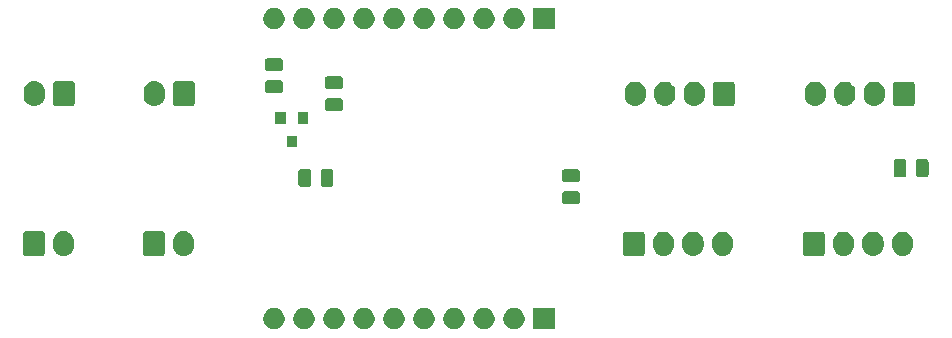
<source format=gbr>
G04 #@! TF.GenerationSoftware,KiCad,Pcbnew,(5.1.5)-3*
G04 #@! TF.CreationDate,2020-02-22T21:26:02+01:00*
G04 #@! TF.ProjectId,SchluesselbrettV2,5363686c-7565-4737-9365-6c6272657474,rev?*
G04 #@! TF.SameCoordinates,Original*
G04 #@! TF.FileFunction,Soldermask,Top*
G04 #@! TF.FilePolarity,Negative*
%FSLAX46Y46*%
G04 Gerber Fmt 4.6, Leading zero omitted, Abs format (unit mm)*
G04 Created by KiCad (PCBNEW (5.1.5)-3) date 2020-02-22 21:26:02*
%MOMM*%
%LPD*%
G04 APERTURE LIST*
%ADD10C,0.100000*%
G04 APERTURE END LIST*
D10*
G36*
X135521000Y-88531000D02*
G01*
X133719000Y-88531000D01*
X133719000Y-86729000D01*
X135521000Y-86729000D01*
X135521000Y-88531000D01*
G37*
G36*
X127113512Y-86733927D02*
G01*
X127262812Y-86763624D01*
X127426784Y-86831544D01*
X127574354Y-86930147D01*
X127699853Y-87055646D01*
X127798456Y-87203216D01*
X127866376Y-87367188D01*
X127901000Y-87541259D01*
X127901000Y-87718741D01*
X127866376Y-87892812D01*
X127798456Y-88056784D01*
X127699853Y-88204354D01*
X127574354Y-88329853D01*
X127426784Y-88428456D01*
X127262812Y-88496376D01*
X127113512Y-88526073D01*
X127088742Y-88531000D01*
X126911258Y-88531000D01*
X126886488Y-88526073D01*
X126737188Y-88496376D01*
X126573216Y-88428456D01*
X126425646Y-88329853D01*
X126300147Y-88204354D01*
X126201544Y-88056784D01*
X126133624Y-87892812D01*
X126099000Y-87718741D01*
X126099000Y-87541259D01*
X126133624Y-87367188D01*
X126201544Y-87203216D01*
X126300147Y-87055646D01*
X126425646Y-86930147D01*
X126573216Y-86831544D01*
X126737188Y-86763624D01*
X126886488Y-86733927D01*
X126911258Y-86729000D01*
X127088742Y-86729000D01*
X127113512Y-86733927D01*
G37*
G36*
X132193512Y-86733927D02*
G01*
X132342812Y-86763624D01*
X132506784Y-86831544D01*
X132654354Y-86930147D01*
X132779853Y-87055646D01*
X132878456Y-87203216D01*
X132946376Y-87367188D01*
X132981000Y-87541259D01*
X132981000Y-87718741D01*
X132946376Y-87892812D01*
X132878456Y-88056784D01*
X132779853Y-88204354D01*
X132654354Y-88329853D01*
X132506784Y-88428456D01*
X132342812Y-88496376D01*
X132193512Y-88526073D01*
X132168742Y-88531000D01*
X131991258Y-88531000D01*
X131966488Y-88526073D01*
X131817188Y-88496376D01*
X131653216Y-88428456D01*
X131505646Y-88329853D01*
X131380147Y-88204354D01*
X131281544Y-88056784D01*
X131213624Y-87892812D01*
X131179000Y-87718741D01*
X131179000Y-87541259D01*
X131213624Y-87367188D01*
X131281544Y-87203216D01*
X131380147Y-87055646D01*
X131505646Y-86930147D01*
X131653216Y-86831544D01*
X131817188Y-86763624D01*
X131966488Y-86733927D01*
X131991258Y-86729000D01*
X132168742Y-86729000D01*
X132193512Y-86733927D01*
G37*
G36*
X129653512Y-86733927D02*
G01*
X129802812Y-86763624D01*
X129966784Y-86831544D01*
X130114354Y-86930147D01*
X130239853Y-87055646D01*
X130338456Y-87203216D01*
X130406376Y-87367188D01*
X130441000Y-87541259D01*
X130441000Y-87718741D01*
X130406376Y-87892812D01*
X130338456Y-88056784D01*
X130239853Y-88204354D01*
X130114354Y-88329853D01*
X129966784Y-88428456D01*
X129802812Y-88496376D01*
X129653512Y-88526073D01*
X129628742Y-88531000D01*
X129451258Y-88531000D01*
X129426488Y-88526073D01*
X129277188Y-88496376D01*
X129113216Y-88428456D01*
X128965646Y-88329853D01*
X128840147Y-88204354D01*
X128741544Y-88056784D01*
X128673624Y-87892812D01*
X128639000Y-87718741D01*
X128639000Y-87541259D01*
X128673624Y-87367188D01*
X128741544Y-87203216D01*
X128840147Y-87055646D01*
X128965646Y-86930147D01*
X129113216Y-86831544D01*
X129277188Y-86763624D01*
X129426488Y-86733927D01*
X129451258Y-86729000D01*
X129628742Y-86729000D01*
X129653512Y-86733927D01*
G37*
G36*
X124573512Y-86733927D02*
G01*
X124722812Y-86763624D01*
X124886784Y-86831544D01*
X125034354Y-86930147D01*
X125159853Y-87055646D01*
X125258456Y-87203216D01*
X125326376Y-87367188D01*
X125361000Y-87541259D01*
X125361000Y-87718741D01*
X125326376Y-87892812D01*
X125258456Y-88056784D01*
X125159853Y-88204354D01*
X125034354Y-88329853D01*
X124886784Y-88428456D01*
X124722812Y-88496376D01*
X124573512Y-88526073D01*
X124548742Y-88531000D01*
X124371258Y-88531000D01*
X124346488Y-88526073D01*
X124197188Y-88496376D01*
X124033216Y-88428456D01*
X123885646Y-88329853D01*
X123760147Y-88204354D01*
X123661544Y-88056784D01*
X123593624Y-87892812D01*
X123559000Y-87718741D01*
X123559000Y-87541259D01*
X123593624Y-87367188D01*
X123661544Y-87203216D01*
X123760147Y-87055646D01*
X123885646Y-86930147D01*
X124033216Y-86831544D01*
X124197188Y-86763624D01*
X124346488Y-86733927D01*
X124371258Y-86729000D01*
X124548742Y-86729000D01*
X124573512Y-86733927D01*
G37*
G36*
X122033512Y-86733927D02*
G01*
X122182812Y-86763624D01*
X122346784Y-86831544D01*
X122494354Y-86930147D01*
X122619853Y-87055646D01*
X122718456Y-87203216D01*
X122786376Y-87367188D01*
X122821000Y-87541259D01*
X122821000Y-87718741D01*
X122786376Y-87892812D01*
X122718456Y-88056784D01*
X122619853Y-88204354D01*
X122494354Y-88329853D01*
X122346784Y-88428456D01*
X122182812Y-88496376D01*
X122033512Y-88526073D01*
X122008742Y-88531000D01*
X121831258Y-88531000D01*
X121806488Y-88526073D01*
X121657188Y-88496376D01*
X121493216Y-88428456D01*
X121345646Y-88329853D01*
X121220147Y-88204354D01*
X121121544Y-88056784D01*
X121053624Y-87892812D01*
X121019000Y-87718741D01*
X121019000Y-87541259D01*
X121053624Y-87367188D01*
X121121544Y-87203216D01*
X121220147Y-87055646D01*
X121345646Y-86930147D01*
X121493216Y-86831544D01*
X121657188Y-86763624D01*
X121806488Y-86733927D01*
X121831258Y-86729000D01*
X122008742Y-86729000D01*
X122033512Y-86733927D01*
G37*
G36*
X116953512Y-86733927D02*
G01*
X117102812Y-86763624D01*
X117266784Y-86831544D01*
X117414354Y-86930147D01*
X117539853Y-87055646D01*
X117638456Y-87203216D01*
X117706376Y-87367188D01*
X117741000Y-87541259D01*
X117741000Y-87718741D01*
X117706376Y-87892812D01*
X117638456Y-88056784D01*
X117539853Y-88204354D01*
X117414354Y-88329853D01*
X117266784Y-88428456D01*
X117102812Y-88496376D01*
X116953512Y-88526073D01*
X116928742Y-88531000D01*
X116751258Y-88531000D01*
X116726488Y-88526073D01*
X116577188Y-88496376D01*
X116413216Y-88428456D01*
X116265646Y-88329853D01*
X116140147Y-88204354D01*
X116041544Y-88056784D01*
X115973624Y-87892812D01*
X115939000Y-87718741D01*
X115939000Y-87541259D01*
X115973624Y-87367188D01*
X116041544Y-87203216D01*
X116140147Y-87055646D01*
X116265646Y-86930147D01*
X116413216Y-86831544D01*
X116577188Y-86763624D01*
X116726488Y-86733927D01*
X116751258Y-86729000D01*
X116928742Y-86729000D01*
X116953512Y-86733927D01*
G37*
G36*
X114413512Y-86733927D02*
G01*
X114562812Y-86763624D01*
X114726784Y-86831544D01*
X114874354Y-86930147D01*
X114999853Y-87055646D01*
X115098456Y-87203216D01*
X115166376Y-87367188D01*
X115201000Y-87541259D01*
X115201000Y-87718741D01*
X115166376Y-87892812D01*
X115098456Y-88056784D01*
X114999853Y-88204354D01*
X114874354Y-88329853D01*
X114726784Y-88428456D01*
X114562812Y-88496376D01*
X114413512Y-88526073D01*
X114388742Y-88531000D01*
X114211258Y-88531000D01*
X114186488Y-88526073D01*
X114037188Y-88496376D01*
X113873216Y-88428456D01*
X113725646Y-88329853D01*
X113600147Y-88204354D01*
X113501544Y-88056784D01*
X113433624Y-87892812D01*
X113399000Y-87718741D01*
X113399000Y-87541259D01*
X113433624Y-87367188D01*
X113501544Y-87203216D01*
X113600147Y-87055646D01*
X113725646Y-86930147D01*
X113873216Y-86831544D01*
X114037188Y-86763624D01*
X114186488Y-86733927D01*
X114211258Y-86729000D01*
X114388742Y-86729000D01*
X114413512Y-86733927D01*
G37*
G36*
X111873512Y-86733927D02*
G01*
X112022812Y-86763624D01*
X112186784Y-86831544D01*
X112334354Y-86930147D01*
X112459853Y-87055646D01*
X112558456Y-87203216D01*
X112626376Y-87367188D01*
X112661000Y-87541259D01*
X112661000Y-87718741D01*
X112626376Y-87892812D01*
X112558456Y-88056784D01*
X112459853Y-88204354D01*
X112334354Y-88329853D01*
X112186784Y-88428456D01*
X112022812Y-88496376D01*
X111873512Y-88526073D01*
X111848742Y-88531000D01*
X111671258Y-88531000D01*
X111646488Y-88526073D01*
X111497188Y-88496376D01*
X111333216Y-88428456D01*
X111185646Y-88329853D01*
X111060147Y-88204354D01*
X110961544Y-88056784D01*
X110893624Y-87892812D01*
X110859000Y-87718741D01*
X110859000Y-87541259D01*
X110893624Y-87367188D01*
X110961544Y-87203216D01*
X111060147Y-87055646D01*
X111185646Y-86930147D01*
X111333216Y-86831544D01*
X111497188Y-86763624D01*
X111646488Y-86733927D01*
X111671258Y-86729000D01*
X111848742Y-86729000D01*
X111873512Y-86733927D01*
G37*
G36*
X119493512Y-86733927D02*
G01*
X119642812Y-86763624D01*
X119806784Y-86831544D01*
X119954354Y-86930147D01*
X120079853Y-87055646D01*
X120178456Y-87203216D01*
X120246376Y-87367188D01*
X120281000Y-87541259D01*
X120281000Y-87718741D01*
X120246376Y-87892812D01*
X120178456Y-88056784D01*
X120079853Y-88204354D01*
X119954354Y-88329853D01*
X119806784Y-88428456D01*
X119642812Y-88496376D01*
X119493512Y-88526073D01*
X119468742Y-88531000D01*
X119291258Y-88531000D01*
X119266488Y-88526073D01*
X119117188Y-88496376D01*
X118953216Y-88428456D01*
X118805646Y-88329853D01*
X118680147Y-88204354D01*
X118581544Y-88056784D01*
X118513624Y-87892812D01*
X118479000Y-87718741D01*
X118479000Y-87541259D01*
X118513624Y-87367188D01*
X118581544Y-87203216D01*
X118680147Y-87055646D01*
X118805646Y-86930147D01*
X118953216Y-86831544D01*
X119117188Y-86763624D01*
X119266488Y-86733927D01*
X119291258Y-86729000D01*
X119468742Y-86729000D01*
X119493512Y-86733927D01*
G37*
G36*
X94116626Y-80242037D02*
G01*
X94286465Y-80293557D01*
X94286467Y-80293558D01*
X94442989Y-80377221D01*
X94580186Y-80489814D01*
X94663448Y-80591271D01*
X94692778Y-80627009D01*
X94776443Y-80783534D01*
X94827963Y-80953373D01*
X94841000Y-81085742D01*
X94841000Y-81474257D01*
X94827963Y-81606626D01*
X94776443Y-81776466D01*
X94692778Y-81932991D01*
X94663448Y-81968729D01*
X94580186Y-82070186D01*
X94492178Y-82142411D01*
X94442991Y-82182778D01*
X94286466Y-82266443D01*
X94116627Y-82317963D01*
X93940000Y-82335359D01*
X93763374Y-82317963D01*
X93593535Y-82266443D01*
X93437010Y-82182778D01*
X93299815Y-82070185D01*
X93187222Y-81932991D01*
X93103557Y-81776466D01*
X93052037Y-81606627D01*
X93039000Y-81474258D01*
X93039000Y-81085743D01*
X93052037Y-80953374D01*
X93103557Y-80783535D01*
X93103559Y-80783532D01*
X93187221Y-80627011D01*
X93299814Y-80489814D01*
X93413641Y-80396400D01*
X93437009Y-80377222D01*
X93593534Y-80293557D01*
X93763373Y-80242037D01*
X93940000Y-80224641D01*
X94116626Y-80242037D01*
G37*
G36*
X104276626Y-80242037D02*
G01*
X104446465Y-80293557D01*
X104446467Y-80293558D01*
X104602989Y-80377221D01*
X104740186Y-80489814D01*
X104823448Y-80591271D01*
X104852778Y-80627009D01*
X104936443Y-80783534D01*
X104987963Y-80953373D01*
X105001000Y-81085742D01*
X105001000Y-81474257D01*
X104987963Y-81606626D01*
X104936443Y-81776466D01*
X104852778Y-81932991D01*
X104823448Y-81968729D01*
X104740186Y-82070186D01*
X104652178Y-82142411D01*
X104602991Y-82182778D01*
X104446466Y-82266443D01*
X104276627Y-82317963D01*
X104100000Y-82335359D01*
X103923374Y-82317963D01*
X103753535Y-82266443D01*
X103597010Y-82182778D01*
X103459815Y-82070185D01*
X103347222Y-81932991D01*
X103263557Y-81776466D01*
X103212037Y-81606627D01*
X103199000Y-81474258D01*
X103199000Y-81085743D01*
X103212037Y-80953374D01*
X103263557Y-80783535D01*
X103263559Y-80783532D01*
X103347221Y-80627011D01*
X103459814Y-80489814D01*
X103573641Y-80396400D01*
X103597009Y-80377222D01*
X103753534Y-80293557D01*
X103923373Y-80242037D01*
X104100000Y-80224641D01*
X104276626Y-80242037D01*
G37*
G36*
X92198600Y-80232989D02*
G01*
X92231652Y-80243015D01*
X92262103Y-80259292D01*
X92288799Y-80281201D01*
X92310708Y-80307897D01*
X92326985Y-80338348D01*
X92337011Y-80371400D01*
X92341000Y-80411903D01*
X92341000Y-82148097D01*
X92337011Y-82188600D01*
X92326985Y-82221652D01*
X92310708Y-82252103D01*
X92288799Y-82278799D01*
X92262103Y-82300708D01*
X92231652Y-82316985D01*
X92198600Y-82327011D01*
X92158097Y-82331000D01*
X90721903Y-82331000D01*
X90681400Y-82327011D01*
X90648348Y-82316985D01*
X90617897Y-82300708D01*
X90591201Y-82278799D01*
X90569292Y-82252103D01*
X90553015Y-82221652D01*
X90542989Y-82188600D01*
X90539000Y-82148097D01*
X90539000Y-80411903D01*
X90542989Y-80371400D01*
X90553015Y-80338348D01*
X90569292Y-80307897D01*
X90591201Y-80281201D01*
X90617897Y-80259292D01*
X90648348Y-80243015D01*
X90681400Y-80232989D01*
X90721903Y-80229000D01*
X92158097Y-80229000D01*
X92198600Y-80232989D01*
G37*
G36*
X102358600Y-80232989D02*
G01*
X102391652Y-80243015D01*
X102422103Y-80259292D01*
X102448799Y-80281201D01*
X102470708Y-80307897D01*
X102486985Y-80338348D01*
X102497011Y-80371400D01*
X102501000Y-80411903D01*
X102501000Y-82148097D01*
X102497011Y-82188600D01*
X102486985Y-82221652D01*
X102470708Y-82252103D01*
X102448799Y-82278799D01*
X102422103Y-82300708D01*
X102391652Y-82316985D01*
X102358600Y-82327011D01*
X102318097Y-82331000D01*
X100881903Y-82331000D01*
X100841400Y-82327011D01*
X100808348Y-82316985D01*
X100777897Y-82300708D01*
X100751201Y-82278799D01*
X100729292Y-82252103D01*
X100713015Y-82221652D01*
X100702989Y-82188600D01*
X100699000Y-82148097D01*
X100699000Y-80411903D01*
X100702989Y-80371400D01*
X100713015Y-80338348D01*
X100729292Y-80307897D01*
X100751201Y-80281201D01*
X100777897Y-80259292D01*
X100808348Y-80243015D01*
X100841400Y-80232989D01*
X100881903Y-80229000D01*
X102318097Y-80229000D01*
X102358600Y-80232989D01*
G37*
G36*
X165156626Y-80267037D02*
G01*
X165326465Y-80318557D01*
X165326467Y-80318558D01*
X165482989Y-80402221D01*
X165620186Y-80514814D01*
X165703448Y-80616271D01*
X165732778Y-80652009D01*
X165816443Y-80808534D01*
X165867963Y-80978373D01*
X165867963Y-80978375D01*
X165881000Y-81110740D01*
X165881000Y-81449259D01*
X165874481Y-81515442D01*
X165867963Y-81581626D01*
X165816443Y-81751466D01*
X165732778Y-81907991D01*
X165712261Y-81932991D01*
X165620186Y-82045186D01*
X165531827Y-82117699D01*
X165482991Y-82157778D01*
X165326466Y-82241443D01*
X165156627Y-82292963D01*
X164980000Y-82310359D01*
X164803374Y-82292963D01*
X164633535Y-82241443D01*
X164477010Y-82157778D01*
X164339815Y-82045185D01*
X164227222Y-81907991D01*
X164143557Y-81751466D01*
X164092037Y-81581627D01*
X164079000Y-81449258D01*
X164079000Y-81110743D01*
X164081463Y-81085740D01*
X164092037Y-80978376D01*
X164092037Y-80978374D01*
X164143557Y-80808535D01*
X164227222Y-80652010D01*
X164247738Y-80627011D01*
X164339814Y-80514814D01*
X164441271Y-80431552D01*
X164477009Y-80402222D01*
X164633534Y-80318557D01*
X164803373Y-80267037D01*
X164980000Y-80249641D01*
X165156626Y-80267037D01*
G37*
G36*
X147416626Y-80267037D02*
G01*
X147586465Y-80318557D01*
X147586467Y-80318558D01*
X147742989Y-80402221D01*
X147880186Y-80514814D01*
X147963448Y-80616271D01*
X147992778Y-80652009D01*
X148076443Y-80808534D01*
X148127963Y-80978373D01*
X148127963Y-80978375D01*
X148141000Y-81110740D01*
X148141000Y-81449259D01*
X148134481Y-81515442D01*
X148127963Y-81581626D01*
X148076443Y-81751466D01*
X147992778Y-81907991D01*
X147972261Y-81932991D01*
X147880186Y-82045186D01*
X147791827Y-82117699D01*
X147742991Y-82157778D01*
X147586466Y-82241443D01*
X147416627Y-82292963D01*
X147240000Y-82310359D01*
X147063374Y-82292963D01*
X146893535Y-82241443D01*
X146737010Y-82157778D01*
X146599815Y-82045185D01*
X146487222Y-81907991D01*
X146403557Y-81751466D01*
X146352037Y-81581627D01*
X146339000Y-81449258D01*
X146339000Y-81110743D01*
X146341463Y-81085740D01*
X146352037Y-80978376D01*
X146352037Y-80978374D01*
X146403557Y-80808535D01*
X146487222Y-80652010D01*
X146507738Y-80627011D01*
X146599814Y-80514814D01*
X146701271Y-80431552D01*
X146737009Y-80402222D01*
X146893534Y-80318557D01*
X147063373Y-80267037D01*
X147240000Y-80249641D01*
X147416626Y-80267037D01*
G37*
G36*
X144916626Y-80267037D02*
G01*
X145086465Y-80318557D01*
X145086467Y-80318558D01*
X145242989Y-80402221D01*
X145380186Y-80514814D01*
X145463448Y-80616271D01*
X145492778Y-80652009D01*
X145576443Y-80808534D01*
X145627963Y-80978373D01*
X145627963Y-80978375D01*
X145641000Y-81110740D01*
X145641000Y-81449259D01*
X145634481Y-81515442D01*
X145627963Y-81581626D01*
X145576443Y-81751466D01*
X145492778Y-81907991D01*
X145472261Y-81932991D01*
X145380186Y-82045186D01*
X145291827Y-82117699D01*
X145242991Y-82157778D01*
X145086466Y-82241443D01*
X144916627Y-82292963D01*
X144740000Y-82310359D01*
X144563374Y-82292963D01*
X144393535Y-82241443D01*
X144237010Y-82157778D01*
X144099815Y-82045185D01*
X143987222Y-81907991D01*
X143903557Y-81751466D01*
X143852037Y-81581627D01*
X143839000Y-81449258D01*
X143839000Y-81110743D01*
X143841463Y-81085740D01*
X143852037Y-80978376D01*
X143852037Y-80978374D01*
X143903557Y-80808535D01*
X143987222Y-80652010D01*
X144007738Y-80627011D01*
X144099814Y-80514814D01*
X144201271Y-80431552D01*
X144237009Y-80402222D01*
X144393534Y-80318557D01*
X144563373Y-80267037D01*
X144740000Y-80249641D01*
X144916626Y-80267037D01*
G37*
G36*
X162656626Y-80267037D02*
G01*
X162826465Y-80318557D01*
X162826467Y-80318558D01*
X162982989Y-80402221D01*
X163120186Y-80514814D01*
X163203448Y-80616271D01*
X163232778Y-80652009D01*
X163316443Y-80808534D01*
X163367963Y-80978373D01*
X163367963Y-80978375D01*
X163381000Y-81110740D01*
X163381000Y-81449259D01*
X163374481Y-81515442D01*
X163367963Y-81581626D01*
X163316443Y-81751466D01*
X163232778Y-81907991D01*
X163212261Y-81932991D01*
X163120186Y-82045186D01*
X163031827Y-82117699D01*
X162982991Y-82157778D01*
X162826466Y-82241443D01*
X162656627Y-82292963D01*
X162480000Y-82310359D01*
X162303374Y-82292963D01*
X162133535Y-82241443D01*
X161977010Y-82157778D01*
X161839815Y-82045185D01*
X161727222Y-81907991D01*
X161643557Y-81751466D01*
X161592037Y-81581627D01*
X161579000Y-81449258D01*
X161579000Y-81110743D01*
X161581463Y-81085740D01*
X161592037Y-80978376D01*
X161592037Y-80978374D01*
X161643557Y-80808535D01*
X161727222Y-80652010D01*
X161747738Y-80627011D01*
X161839814Y-80514814D01*
X161941271Y-80431552D01*
X161977009Y-80402222D01*
X162133534Y-80318557D01*
X162303373Y-80267037D01*
X162480000Y-80249641D01*
X162656626Y-80267037D01*
G37*
G36*
X160156626Y-80267037D02*
G01*
X160326465Y-80318557D01*
X160326467Y-80318558D01*
X160482989Y-80402221D01*
X160620186Y-80514814D01*
X160703448Y-80616271D01*
X160732778Y-80652009D01*
X160816443Y-80808534D01*
X160867963Y-80978373D01*
X160867963Y-80978375D01*
X160881000Y-81110740D01*
X160881000Y-81449259D01*
X160874481Y-81515442D01*
X160867963Y-81581626D01*
X160816443Y-81751466D01*
X160732778Y-81907991D01*
X160712261Y-81932991D01*
X160620186Y-82045186D01*
X160531827Y-82117699D01*
X160482991Y-82157778D01*
X160326466Y-82241443D01*
X160156627Y-82292963D01*
X159980000Y-82310359D01*
X159803374Y-82292963D01*
X159633535Y-82241443D01*
X159477010Y-82157778D01*
X159339815Y-82045185D01*
X159227222Y-81907991D01*
X159143557Y-81751466D01*
X159092037Y-81581627D01*
X159079000Y-81449258D01*
X159079000Y-81110743D01*
X159081463Y-81085740D01*
X159092037Y-80978376D01*
X159092037Y-80978374D01*
X159143557Y-80808535D01*
X159227222Y-80652010D01*
X159247738Y-80627011D01*
X159339814Y-80514814D01*
X159441271Y-80431552D01*
X159477009Y-80402222D01*
X159633534Y-80318557D01*
X159803373Y-80267037D01*
X159980000Y-80249641D01*
X160156626Y-80267037D01*
G37*
G36*
X149916626Y-80267037D02*
G01*
X150086465Y-80318557D01*
X150086467Y-80318558D01*
X150242989Y-80402221D01*
X150380186Y-80514814D01*
X150463448Y-80616271D01*
X150492778Y-80652009D01*
X150576443Y-80808534D01*
X150627963Y-80978373D01*
X150627963Y-80978375D01*
X150641000Y-81110740D01*
X150641000Y-81449259D01*
X150634481Y-81515442D01*
X150627963Y-81581626D01*
X150576443Y-81751466D01*
X150492778Y-81907991D01*
X150472261Y-81932991D01*
X150380186Y-82045186D01*
X150291827Y-82117699D01*
X150242991Y-82157778D01*
X150086466Y-82241443D01*
X149916627Y-82292963D01*
X149740000Y-82310359D01*
X149563374Y-82292963D01*
X149393535Y-82241443D01*
X149237010Y-82157778D01*
X149099815Y-82045185D01*
X148987222Y-81907991D01*
X148903557Y-81751466D01*
X148852037Y-81581627D01*
X148839000Y-81449258D01*
X148839000Y-81110743D01*
X148841463Y-81085740D01*
X148852037Y-80978376D01*
X148852037Y-80978374D01*
X148903557Y-80808535D01*
X148987222Y-80652010D01*
X149007738Y-80627011D01*
X149099814Y-80514814D01*
X149201271Y-80431552D01*
X149237009Y-80402222D01*
X149393534Y-80318557D01*
X149563373Y-80267037D01*
X149740000Y-80249641D01*
X149916626Y-80267037D01*
G37*
G36*
X142998600Y-80257989D02*
G01*
X143031652Y-80268015D01*
X143062103Y-80284292D01*
X143088799Y-80306201D01*
X143110708Y-80332897D01*
X143126985Y-80363348D01*
X143137011Y-80396400D01*
X143141000Y-80436903D01*
X143141000Y-82123097D01*
X143137011Y-82163600D01*
X143126985Y-82196652D01*
X143110708Y-82227103D01*
X143088799Y-82253799D01*
X143062103Y-82275708D01*
X143031652Y-82291985D01*
X142998600Y-82302011D01*
X142958097Y-82306000D01*
X141521903Y-82306000D01*
X141481400Y-82302011D01*
X141448348Y-82291985D01*
X141417897Y-82275708D01*
X141391201Y-82253799D01*
X141369292Y-82227103D01*
X141353015Y-82196652D01*
X141342989Y-82163600D01*
X141339000Y-82123097D01*
X141339000Y-80436903D01*
X141342989Y-80396400D01*
X141353015Y-80363348D01*
X141369292Y-80332897D01*
X141391201Y-80306201D01*
X141417897Y-80284292D01*
X141448348Y-80268015D01*
X141481400Y-80257989D01*
X141521903Y-80254000D01*
X142958097Y-80254000D01*
X142998600Y-80257989D01*
G37*
G36*
X158238600Y-80257989D02*
G01*
X158271652Y-80268015D01*
X158302103Y-80284292D01*
X158328799Y-80306201D01*
X158350708Y-80332897D01*
X158366985Y-80363348D01*
X158377011Y-80396400D01*
X158381000Y-80436903D01*
X158381000Y-82123097D01*
X158377011Y-82163600D01*
X158366985Y-82196652D01*
X158350708Y-82227103D01*
X158328799Y-82253799D01*
X158302103Y-82275708D01*
X158271652Y-82291985D01*
X158238600Y-82302011D01*
X158198097Y-82306000D01*
X156761903Y-82306000D01*
X156721400Y-82302011D01*
X156688348Y-82291985D01*
X156657897Y-82275708D01*
X156631201Y-82253799D01*
X156609292Y-82227103D01*
X156593015Y-82196652D01*
X156582989Y-82163600D01*
X156579000Y-82123097D01*
X156579000Y-80436903D01*
X156582989Y-80396400D01*
X156593015Y-80363348D01*
X156609292Y-80332897D01*
X156631201Y-80306201D01*
X156657897Y-80284292D01*
X156688348Y-80268015D01*
X156721400Y-80257989D01*
X156761903Y-80254000D01*
X158198097Y-80254000D01*
X158238600Y-80257989D01*
G37*
G36*
X137490468Y-76857565D02*
G01*
X137529138Y-76869296D01*
X137564777Y-76888346D01*
X137596017Y-76913983D01*
X137621654Y-76945223D01*
X137640704Y-76980862D01*
X137652435Y-77019532D01*
X137657000Y-77065888D01*
X137657000Y-77717112D01*
X137652435Y-77763468D01*
X137640704Y-77802138D01*
X137621654Y-77837777D01*
X137596017Y-77869017D01*
X137564777Y-77894654D01*
X137529138Y-77913704D01*
X137490468Y-77925435D01*
X137444112Y-77930000D01*
X136367888Y-77930000D01*
X136321532Y-77925435D01*
X136282862Y-77913704D01*
X136247223Y-77894654D01*
X136215983Y-77869017D01*
X136190346Y-77837777D01*
X136171296Y-77802138D01*
X136159565Y-77763468D01*
X136155000Y-77717112D01*
X136155000Y-77065888D01*
X136159565Y-77019532D01*
X136171296Y-76980862D01*
X136190346Y-76945223D01*
X136215983Y-76913983D01*
X136247223Y-76888346D01*
X136282862Y-76869296D01*
X136321532Y-76857565D01*
X136367888Y-76853000D01*
X137444112Y-76853000D01*
X137490468Y-76857565D01*
G37*
G36*
X116625468Y-74945565D02*
G01*
X116664138Y-74957296D01*
X116699777Y-74976346D01*
X116731017Y-75001983D01*
X116756654Y-75033223D01*
X116775704Y-75068862D01*
X116787435Y-75107532D01*
X116792000Y-75153888D01*
X116792000Y-76230112D01*
X116787435Y-76276468D01*
X116775704Y-76315138D01*
X116756654Y-76350777D01*
X116731017Y-76382017D01*
X116699777Y-76407654D01*
X116664138Y-76426704D01*
X116625468Y-76438435D01*
X116579112Y-76443000D01*
X115927888Y-76443000D01*
X115881532Y-76438435D01*
X115842862Y-76426704D01*
X115807223Y-76407654D01*
X115775983Y-76382017D01*
X115750346Y-76350777D01*
X115731296Y-76315138D01*
X115719565Y-76276468D01*
X115715000Y-76230112D01*
X115715000Y-75153888D01*
X115719565Y-75107532D01*
X115731296Y-75068862D01*
X115750346Y-75033223D01*
X115775983Y-75001983D01*
X115807223Y-74976346D01*
X115842862Y-74957296D01*
X115881532Y-74945565D01*
X115927888Y-74941000D01*
X116579112Y-74941000D01*
X116625468Y-74945565D01*
G37*
G36*
X114750468Y-74945565D02*
G01*
X114789138Y-74957296D01*
X114824777Y-74976346D01*
X114856017Y-75001983D01*
X114881654Y-75033223D01*
X114900704Y-75068862D01*
X114912435Y-75107532D01*
X114917000Y-75153888D01*
X114917000Y-76230112D01*
X114912435Y-76276468D01*
X114900704Y-76315138D01*
X114881654Y-76350777D01*
X114856017Y-76382017D01*
X114824777Y-76407654D01*
X114789138Y-76426704D01*
X114750468Y-76438435D01*
X114704112Y-76443000D01*
X114052888Y-76443000D01*
X114006532Y-76438435D01*
X113967862Y-76426704D01*
X113932223Y-76407654D01*
X113900983Y-76382017D01*
X113875346Y-76350777D01*
X113856296Y-76315138D01*
X113844565Y-76276468D01*
X113840000Y-76230112D01*
X113840000Y-75153888D01*
X113844565Y-75107532D01*
X113856296Y-75068862D01*
X113875346Y-75033223D01*
X113900983Y-75001983D01*
X113932223Y-74976346D01*
X113967862Y-74957296D01*
X114006532Y-74945565D01*
X114052888Y-74941000D01*
X114704112Y-74941000D01*
X114750468Y-74945565D01*
G37*
G36*
X137490468Y-74982565D02*
G01*
X137529138Y-74994296D01*
X137564777Y-75013346D01*
X137596017Y-75038983D01*
X137621654Y-75070223D01*
X137640704Y-75105862D01*
X137652435Y-75144532D01*
X137657000Y-75190888D01*
X137657000Y-75842112D01*
X137652435Y-75888468D01*
X137640704Y-75927138D01*
X137621654Y-75962777D01*
X137596017Y-75994017D01*
X137564777Y-76019654D01*
X137529138Y-76038704D01*
X137490468Y-76050435D01*
X137444112Y-76055000D01*
X136367888Y-76055000D01*
X136321532Y-76050435D01*
X136282862Y-76038704D01*
X136247223Y-76019654D01*
X136215983Y-75994017D01*
X136190346Y-75962777D01*
X136171296Y-75927138D01*
X136159565Y-75888468D01*
X136155000Y-75842112D01*
X136155000Y-75190888D01*
X136159565Y-75144532D01*
X136171296Y-75105862D01*
X136190346Y-75070223D01*
X136215983Y-75038983D01*
X136247223Y-75013346D01*
X136282862Y-74994296D01*
X136321532Y-74982565D01*
X136367888Y-74978000D01*
X137444112Y-74978000D01*
X137490468Y-74982565D01*
G37*
G36*
X167019068Y-74132765D02*
G01*
X167057738Y-74144496D01*
X167093377Y-74163546D01*
X167124617Y-74189183D01*
X167150254Y-74220423D01*
X167169304Y-74256062D01*
X167181035Y-74294732D01*
X167185600Y-74341088D01*
X167185600Y-75417312D01*
X167181035Y-75463668D01*
X167169304Y-75502338D01*
X167150254Y-75537977D01*
X167124617Y-75569217D01*
X167093377Y-75594854D01*
X167057738Y-75613904D01*
X167019068Y-75625635D01*
X166972712Y-75630200D01*
X166321488Y-75630200D01*
X166275132Y-75625635D01*
X166236462Y-75613904D01*
X166200823Y-75594854D01*
X166169583Y-75569217D01*
X166143946Y-75537977D01*
X166124896Y-75502338D01*
X166113165Y-75463668D01*
X166108600Y-75417312D01*
X166108600Y-74341088D01*
X166113165Y-74294732D01*
X166124896Y-74256062D01*
X166143946Y-74220423D01*
X166169583Y-74189183D01*
X166200823Y-74163546D01*
X166236462Y-74144496D01*
X166275132Y-74132765D01*
X166321488Y-74128200D01*
X166972712Y-74128200D01*
X167019068Y-74132765D01*
G37*
G36*
X165144068Y-74132765D02*
G01*
X165182738Y-74144496D01*
X165218377Y-74163546D01*
X165249617Y-74189183D01*
X165275254Y-74220423D01*
X165294304Y-74256062D01*
X165306035Y-74294732D01*
X165310600Y-74341088D01*
X165310600Y-75417312D01*
X165306035Y-75463668D01*
X165294304Y-75502338D01*
X165275254Y-75537977D01*
X165249617Y-75569217D01*
X165218377Y-75594854D01*
X165182738Y-75613904D01*
X165144068Y-75625635D01*
X165097712Y-75630200D01*
X164446488Y-75630200D01*
X164400132Y-75625635D01*
X164361462Y-75613904D01*
X164325823Y-75594854D01*
X164294583Y-75569217D01*
X164268946Y-75537977D01*
X164249896Y-75502338D01*
X164238165Y-75463668D01*
X164233600Y-75417312D01*
X164233600Y-74341088D01*
X164238165Y-74294732D01*
X164249896Y-74256062D01*
X164268946Y-74220423D01*
X164294583Y-74189183D01*
X164325823Y-74163546D01*
X164361462Y-74144496D01*
X164400132Y-74132765D01*
X164446488Y-74128200D01*
X165097712Y-74128200D01*
X165144068Y-74132765D01*
G37*
G36*
X113735000Y-73129000D02*
G01*
X112833000Y-73129000D01*
X112833000Y-72127000D01*
X113735000Y-72127000D01*
X113735000Y-73129000D01*
G37*
G36*
X112785000Y-71129000D02*
G01*
X111883000Y-71129000D01*
X111883000Y-70127000D01*
X112785000Y-70127000D01*
X112785000Y-71129000D01*
G37*
G36*
X114685000Y-71129000D02*
G01*
X113783000Y-71129000D01*
X113783000Y-70127000D01*
X114685000Y-70127000D01*
X114685000Y-71129000D01*
G37*
G36*
X117424468Y-68983565D02*
G01*
X117463138Y-68995296D01*
X117498777Y-69014346D01*
X117530017Y-69039983D01*
X117555654Y-69071223D01*
X117574704Y-69106862D01*
X117586435Y-69145532D01*
X117591000Y-69191888D01*
X117591000Y-69843112D01*
X117586435Y-69889468D01*
X117574704Y-69928138D01*
X117555654Y-69963777D01*
X117530017Y-69995017D01*
X117498777Y-70020654D01*
X117463138Y-70039704D01*
X117424468Y-70051435D01*
X117378112Y-70056000D01*
X116301888Y-70056000D01*
X116255532Y-70051435D01*
X116216862Y-70039704D01*
X116181223Y-70020654D01*
X116149983Y-69995017D01*
X116124346Y-69963777D01*
X116105296Y-69928138D01*
X116093565Y-69889468D01*
X116089000Y-69843112D01*
X116089000Y-69191888D01*
X116093565Y-69145532D01*
X116105296Y-69106862D01*
X116124346Y-69071223D01*
X116149983Y-69039983D01*
X116181223Y-69014346D01*
X116216862Y-68995296D01*
X116255532Y-68983565D01*
X116301888Y-68979000D01*
X117378112Y-68979000D01*
X117424468Y-68983565D01*
G37*
G36*
X91656627Y-67542037D02*
G01*
X91826466Y-67593557D01*
X91826468Y-67593558D01*
X91878803Y-67621532D01*
X91982991Y-67677222D01*
X92006359Y-67696400D01*
X92120186Y-67789814D01*
X92203448Y-67891271D01*
X92232778Y-67927009D01*
X92316443Y-68083534D01*
X92367963Y-68253374D01*
X92381000Y-68385743D01*
X92381000Y-68774258D01*
X92367963Y-68906627D01*
X92316443Y-69076466D01*
X92232778Y-69232991D01*
X92220255Y-69248250D01*
X92120186Y-69370186D01*
X91982989Y-69482779D01*
X91850120Y-69553799D01*
X91826465Y-69566443D01*
X91656626Y-69617963D01*
X91480000Y-69635359D01*
X91303373Y-69617963D01*
X91133534Y-69566443D01*
X90977009Y-69482778D01*
X90927822Y-69442411D01*
X90839814Y-69370186D01*
X90727221Y-69232989D01*
X90643558Y-69076467D01*
X90637914Y-69057861D01*
X90592037Y-68906626D01*
X90579000Y-68774257D01*
X90579000Y-68385742D01*
X90592037Y-68253373D01*
X90643557Y-68083534D01*
X90727222Y-67927009D01*
X90839815Y-67789815D01*
X90977010Y-67677222D01*
X91081198Y-67621532D01*
X91133533Y-67593558D01*
X91133535Y-67593557D01*
X91303374Y-67542037D01*
X91480000Y-67524641D01*
X91656627Y-67542037D01*
G37*
G36*
X101816627Y-67542037D02*
G01*
X101986466Y-67593557D01*
X101986468Y-67593558D01*
X102038803Y-67621532D01*
X102142991Y-67677222D01*
X102166359Y-67696400D01*
X102280186Y-67789814D01*
X102363448Y-67891271D01*
X102392778Y-67927009D01*
X102476443Y-68083534D01*
X102527963Y-68253374D01*
X102541000Y-68385743D01*
X102541000Y-68774258D01*
X102527963Y-68906627D01*
X102476443Y-69076466D01*
X102392778Y-69232991D01*
X102380255Y-69248250D01*
X102280186Y-69370186D01*
X102142989Y-69482779D01*
X102010120Y-69553799D01*
X101986465Y-69566443D01*
X101816626Y-69617963D01*
X101640000Y-69635359D01*
X101463373Y-69617963D01*
X101293534Y-69566443D01*
X101137009Y-69482778D01*
X101087822Y-69442411D01*
X100999814Y-69370186D01*
X100887221Y-69232989D01*
X100803558Y-69076467D01*
X100797914Y-69057861D01*
X100752037Y-68906626D01*
X100739000Y-68774257D01*
X100739000Y-68385742D01*
X100752037Y-68253373D01*
X100803557Y-68083534D01*
X100887222Y-67927009D01*
X100999815Y-67789815D01*
X101137010Y-67677222D01*
X101241198Y-67621532D01*
X101293533Y-67593558D01*
X101293535Y-67593557D01*
X101463374Y-67542037D01*
X101640000Y-67524641D01*
X101816627Y-67542037D01*
G37*
G36*
X94738600Y-67532989D02*
G01*
X94771652Y-67543015D01*
X94802103Y-67559292D01*
X94828799Y-67581201D01*
X94850708Y-67607897D01*
X94866985Y-67638348D01*
X94877011Y-67671400D01*
X94881000Y-67711903D01*
X94881000Y-69448097D01*
X94877011Y-69488600D01*
X94866985Y-69521652D01*
X94850708Y-69552103D01*
X94828799Y-69578799D01*
X94802103Y-69600708D01*
X94771652Y-69616985D01*
X94738600Y-69627011D01*
X94698097Y-69631000D01*
X93261903Y-69631000D01*
X93221400Y-69627011D01*
X93188348Y-69616985D01*
X93157897Y-69600708D01*
X93131201Y-69578799D01*
X93109292Y-69552103D01*
X93093015Y-69521652D01*
X93082989Y-69488600D01*
X93079000Y-69448097D01*
X93079000Y-67711903D01*
X93082989Y-67671400D01*
X93093015Y-67638348D01*
X93109292Y-67607897D01*
X93131201Y-67581201D01*
X93157897Y-67559292D01*
X93188348Y-67543015D01*
X93221400Y-67532989D01*
X93261903Y-67529000D01*
X94698097Y-67529000D01*
X94738600Y-67532989D01*
G37*
G36*
X104898600Y-67532989D02*
G01*
X104931652Y-67543015D01*
X104962103Y-67559292D01*
X104988799Y-67581201D01*
X105010708Y-67607897D01*
X105026985Y-67638348D01*
X105037011Y-67671400D01*
X105041000Y-67711903D01*
X105041000Y-69448097D01*
X105037011Y-69488600D01*
X105026985Y-69521652D01*
X105010708Y-69552103D01*
X104988799Y-69578799D01*
X104962103Y-69600708D01*
X104931652Y-69616985D01*
X104898600Y-69627011D01*
X104858097Y-69631000D01*
X103421903Y-69631000D01*
X103381400Y-69627011D01*
X103348348Y-69616985D01*
X103317897Y-69600708D01*
X103291201Y-69578799D01*
X103269292Y-69552103D01*
X103253015Y-69521652D01*
X103242989Y-69488600D01*
X103239000Y-69448097D01*
X103239000Y-67711903D01*
X103242989Y-67671400D01*
X103253015Y-67638348D01*
X103269292Y-67607897D01*
X103291201Y-67581201D01*
X103317897Y-67559292D01*
X103348348Y-67543015D01*
X103381400Y-67532989D01*
X103421903Y-67529000D01*
X104858097Y-67529000D01*
X104898600Y-67532989D01*
G37*
G36*
X162776627Y-67567037D02*
G01*
X162946466Y-67618557D01*
X163102991Y-67702222D01*
X163129832Y-67724250D01*
X163240186Y-67814814D01*
X163319738Y-67911750D01*
X163352778Y-67952009D01*
X163436443Y-68108534D01*
X163487963Y-68278374D01*
X163487963Y-68278376D01*
X163500350Y-68404138D01*
X163501000Y-68410743D01*
X163501000Y-68749258D01*
X163487963Y-68881627D01*
X163452208Y-68999495D01*
X163436442Y-69051468D01*
X163406833Y-69106862D01*
X163352778Y-69207991D01*
X163332262Y-69232990D01*
X163240186Y-69345186D01*
X163102989Y-69457779D01*
X162946467Y-69541442D01*
X162946465Y-69541443D01*
X162776626Y-69592963D01*
X162600000Y-69610359D01*
X162423373Y-69592963D01*
X162253534Y-69541443D01*
X162097009Y-69457778D01*
X162048173Y-69417699D01*
X161959814Y-69345186D01*
X161847221Y-69207989D01*
X161763558Y-69051467D01*
X161755340Y-69024377D01*
X161712037Y-68881626D01*
X161705518Y-68815441D01*
X161699000Y-68749259D01*
X161699000Y-68410740D01*
X161712037Y-68278375D01*
X161712037Y-68278373D01*
X161763557Y-68108534D01*
X161788785Y-68061337D01*
X161847221Y-67952011D01*
X161847222Y-67952009D01*
X161959815Y-67814815D01*
X162097010Y-67702222D01*
X162253535Y-67618557D01*
X162423374Y-67567037D01*
X162600000Y-67549641D01*
X162776627Y-67567037D01*
G37*
G36*
X142536627Y-67567037D02*
G01*
X142706466Y-67618557D01*
X142862991Y-67702222D01*
X142889832Y-67724250D01*
X143000186Y-67814814D01*
X143079738Y-67911750D01*
X143112778Y-67952009D01*
X143196443Y-68108534D01*
X143247963Y-68278374D01*
X143247963Y-68278376D01*
X143260350Y-68404138D01*
X143261000Y-68410743D01*
X143261000Y-68749258D01*
X143247963Y-68881627D01*
X143212208Y-68999495D01*
X143196442Y-69051468D01*
X143166833Y-69106862D01*
X143112778Y-69207991D01*
X143092262Y-69232990D01*
X143000186Y-69345186D01*
X142862989Y-69457779D01*
X142706467Y-69541442D01*
X142706465Y-69541443D01*
X142536626Y-69592963D01*
X142360000Y-69610359D01*
X142183373Y-69592963D01*
X142013534Y-69541443D01*
X141857009Y-69457778D01*
X141808173Y-69417699D01*
X141719814Y-69345186D01*
X141607221Y-69207989D01*
X141523558Y-69051467D01*
X141515340Y-69024377D01*
X141472037Y-68881626D01*
X141465518Y-68815441D01*
X141459000Y-68749259D01*
X141459000Y-68410740D01*
X141472037Y-68278375D01*
X141472037Y-68278373D01*
X141523557Y-68108534D01*
X141548785Y-68061337D01*
X141607221Y-67952011D01*
X141607222Y-67952009D01*
X141719815Y-67814815D01*
X141857010Y-67702222D01*
X142013535Y-67618557D01*
X142183374Y-67567037D01*
X142360000Y-67549641D01*
X142536627Y-67567037D01*
G37*
G36*
X145036627Y-67567037D02*
G01*
X145206466Y-67618557D01*
X145362991Y-67702222D01*
X145389832Y-67724250D01*
X145500186Y-67814814D01*
X145579738Y-67911750D01*
X145612778Y-67952009D01*
X145696443Y-68108534D01*
X145747963Y-68278374D01*
X145747963Y-68278376D01*
X145760350Y-68404138D01*
X145761000Y-68410743D01*
X145761000Y-68749258D01*
X145747963Y-68881627D01*
X145712208Y-68999495D01*
X145696442Y-69051468D01*
X145666833Y-69106862D01*
X145612778Y-69207991D01*
X145592262Y-69232990D01*
X145500186Y-69345186D01*
X145362989Y-69457779D01*
X145206467Y-69541442D01*
X145206465Y-69541443D01*
X145036626Y-69592963D01*
X144860000Y-69610359D01*
X144683373Y-69592963D01*
X144513534Y-69541443D01*
X144357009Y-69457778D01*
X144308173Y-69417699D01*
X144219814Y-69345186D01*
X144107221Y-69207989D01*
X144023558Y-69051467D01*
X144015340Y-69024377D01*
X143972037Y-68881626D01*
X143965518Y-68815441D01*
X143959000Y-68749259D01*
X143959000Y-68410740D01*
X143972037Y-68278375D01*
X143972037Y-68278373D01*
X144023557Y-68108534D01*
X144048785Y-68061337D01*
X144107221Y-67952011D01*
X144107222Y-67952009D01*
X144219815Y-67814815D01*
X144357010Y-67702222D01*
X144513535Y-67618557D01*
X144683374Y-67567037D01*
X144860000Y-67549641D01*
X145036627Y-67567037D01*
G37*
G36*
X147536627Y-67567037D02*
G01*
X147706466Y-67618557D01*
X147862991Y-67702222D01*
X147889832Y-67724250D01*
X148000186Y-67814814D01*
X148079738Y-67911750D01*
X148112778Y-67952009D01*
X148196443Y-68108534D01*
X148247963Y-68278374D01*
X148247963Y-68278376D01*
X148260350Y-68404138D01*
X148261000Y-68410743D01*
X148261000Y-68749258D01*
X148247963Y-68881627D01*
X148212208Y-68999495D01*
X148196442Y-69051468D01*
X148166833Y-69106862D01*
X148112778Y-69207991D01*
X148092262Y-69232990D01*
X148000186Y-69345186D01*
X147862989Y-69457779D01*
X147706467Y-69541442D01*
X147706465Y-69541443D01*
X147536626Y-69592963D01*
X147360000Y-69610359D01*
X147183373Y-69592963D01*
X147013534Y-69541443D01*
X146857009Y-69457778D01*
X146808173Y-69417699D01*
X146719814Y-69345186D01*
X146607221Y-69207989D01*
X146523558Y-69051467D01*
X146515340Y-69024377D01*
X146472037Y-68881626D01*
X146465518Y-68815441D01*
X146459000Y-68749259D01*
X146459000Y-68410740D01*
X146472037Y-68278375D01*
X146472037Y-68278373D01*
X146523557Y-68108534D01*
X146548785Y-68061337D01*
X146607221Y-67952011D01*
X146607222Y-67952009D01*
X146719815Y-67814815D01*
X146857010Y-67702222D01*
X147013535Y-67618557D01*
X147183374Y-67567037D01*
X147360000Y-67549641D01*
X147536627Y-67567037D01*
G37*
G36*
X157776627Y-67567037D02*
G01*
X157946466Y-67618557D01*
X158102991Y-67702222D01*
X158129832Y-67724250D01*
X158240186Y-67814814D01*
X158319738Y-67911750D01*
X158352778Y-67952009D01*
X158436443Y-68108534D01*
X158487963Y-68278374D01*
X158487963Y-68278376D01*
X158500350Y-68404138D01*
X158501000Y-68410743D01*
X158501000Y-68749258D01*
X158487963Y-68881627D01*
X158452208Y-68999495D01*
X158436442Y-69051468D01*
X158406833Y-69106862D01*
X158352778Y-69207991D01*
X158332262Y-69232990D01*
X158240186Y-69345186D01*
X158102989Y-69457779D01*
X157946467Y-69541442D01*
X157946465Y-69541443D01*
X157776626Y-69592963D01*
X157600000Y-69610359D01*
X157423373Y-69592963D01*
X157253534Y-69541443D01*
X157097009Y-69457778D01*
X157048173Y-69417699D01*
X156959814Y-69345186D01*
X156847221Y-69207989D01*
X156763558Y-69051467D01*
X156755340Y-69024377D01*
X156712037Y-68881626D01*
X156705518Y-68815441D01*
X156699000Y-68749259D01*
X156699000Y-68410740D01*
X156712037Y-68278375D01*
X156712037Y-68278373D01*
X156763557Y-68108534D01*
X156788785Y-68061337D01*
X156847221Y-67952011D01*
X156847222Y-67952009D01*
X156959815Y-67814815D01*
X157097010Y-67702222D01*
X157253535Y-67618557D01*
X157423374Y-67567037D01*
X157600000Y-67549641D01*
X157776627Y-67567037D01*
G37*
G36*
X160276627Y-67567037D02*
G01*
X160446466Y-67618557D01*
X160602991Y-67702222D01*
X160629832Y-67724250D01*
X160740186Y-67814814D01*
X160819738Y-67911750D01*
X160852778Y-67952009D01*
X160936443Y-68108534D01*
X160987963Y-68278374D01*
X160987963Y-68278376D01*
X161000350Y-68404138D01*
X161001000Y-68410743D01*
X161001000Y-68749258D01*
X160987963Y-68881627D01*
X160952208Y-68999495D01*
X160936442Y-69051468D01*
X160906833Y-69106862D01*
X160852778Y-69207991D01*
X160832262Y-69232990D01*
X160740186Y-69345186D01*
X160602989Y-69457779D01*
X160446467Y-69541442D01*
X160446465Y-69541443D01*
X160276626Y-69592963D01*
X160100000Y-69610359D01*
X159923373Y-69592963D01*
X159753534Y-69541443D01*
X159597009Y-69457778D01*
X159548173Y-69417699D01*
X159459814Y-69345186D01*
X159347221Y-69207989D01*
X159263558Y-69051467D01*
X159255340Y-69024377D01*
X159212037Y-68881626D01*
X159205518Y-68815441D01*
X159199000Y-68749259D01*
X159199000Y-68410740D01*
X159212037Y-68278375D01*
X159212037Y-68278373D01*
X159263557Y-68108534D01*
X159288785Y-68061337D01*
X159347221Y-67952011D01*
X159347222Y-67952009D01*
X159459815Y-67814815D01*
X159597010Y-67702222D01*
X159753535Y-67618557D01*
X159923374Y-67567037D01*
X160100000Y-67549641D01*
X160276627Y-67567037D01*
G37*
G36*
X165858600Y-67557989D02*
G01*
X165891652Y-67568015D01*
X165922103Y-67584292D01*
X165948799Y-67606201D01*
X165970708Y-67632897D01*
X165986985Y-67663348D01*
X165997011Y-67696400D01*
X166001000Y-67736903D01*
X166001000Y-69423097D01*
X165997011Y-69463600D01*
X165986985Y-69496652D01*
X165970708Y-69527103D01*
X165948799Y-69553799D01*
X165922103Y-69575708D01*
X165891652Y-69591985D01*
X165858600Y-69602011D01*
X165818097Y-69606000D01*
X164381903Y-69606000D01*
X164341400Y-69602011D01*
X164308348Y-69591985D01*
X164277897Y-69575708D01*
X164251201Y-69553799D01*
X164229292Y-69527103D01*
X164213015Y-69496652D01*
X164202989Y-69463600D01*
X164199000Y-69423097D01*
X164199000Y-67736903D01*
X164202989Y-67696400D01*
X164213015Y-67663348D01*
X164229292Y-67632897D01*
X164251201Y-67606201D01*
X164277897Y-67584292D01*
X164308348Y-67568015D01*
X164341400Y-67557989D01*
X164381903Y-67554000D01*
X165818097Y-67554000D01*
X165858600Y-67557989D01*
G37*
G36*
X150618600Y-67557989D02*
G01*
X150651652Y-67568015D01*
X150682103Y-67584292D01*
X150708799Y-67606201D01*
X150730708Y-67632897D01*
X150746985Y-67663348D01*
X150757011Y-67696400D01*
X150761000Y-67736903D01*
X150761000Y-69423097D01*
X150757011Y-69463600D01*
X150746985Y-69496652D01*
X150730708Y-69527103D01*
X150708799Y-69553799D01*
X150682103Y-69575708D01*
X150651652Y-69591985D01*
X150618600Y-69602011D01*
X150578097Y-69606000D01*
X149141903Y-69606000D01*
X149101400Y-69602011D01*
X149068348Y-69591985D01*
X149037897Y-69575708D01*
X149011201Y-69553799D01*
X148989292Y-69527103D01*
X148973015Y-69496652D01*
X148962989Y-69463600D01*
X148959000Y-69423097D01*
X148959000Y-67736903D01*
X148962989Y-67696400D01*
X148973015Y-67663348D01*
X148989292Y-67632897D01*
X149011201Y-67606201D01*
X149037897Y-67584292D01*
X149068348Y-67568015D01*
X149101400Y-67557989D01*
X149141903Y-67554000D01*
X150578097Y-67554000D01*
X150618600Y-67557989D01*
G37*
G36*
X112344468Y-67459565D02*
G01*
X112383138Y-67471296D01*
X112418777Y-67490346D01*
X112450017Y-67515983D01*
X112475654Y-67547223D01*
X112494704Y-67582862D01*
X112506435Y-67621532D01*
X112511000Y-67667888D01*
X112511000Y-68319112D01*
X112506435Y-68365468D01*
X112494704Y-68404138D01*
X112475654Y-68439777D01*
X112450017Y-68471017D01*
X112418777Y-68496654D01*
X112383138Y-68515704D01*
X112344468Y-68527435D01*
X112298112Y-68532000D01*
X111221888Y-68532000D01*
X111175532Y-68527435D01*
X111136862Y-68515704D01*
X111101223Y-68496654D01*
X111069983Y-68471017D01*
X111044346Y-68439777D01*
X111025296Y-68404138D01*
X111013565Y-68365468D01*
X111009000Y-68319112D01*
X111009000Y-67667888D01*
X111013565Y-67621532D01*
X111025296Y-67582862D01*
X111044346Y-67547223D01*
X111069983Y-67515983D01*
X111101223Y-67490346D01*
X111136862Y-67471296D01*
X111175532Y-67459565D01*
X111221888Y-67455000D01*
X112298112Y-67455000D01*
X112344468Y-67459565D01*
G37*
G36*
X117424468Y-67108565D02*
G01*
X117463138Y-67120296D01*
X117498777Y-67139346D01*
X117530017Y-67164983D01*
X117555654Y-67196223D01*
X117574704Y-67231862D01*
X117586435Y-67270532D01*
X117591000Y-67316888D01*
X117591000Y-67968112D01*
X117586435Y-68014468D01*
X117574704Y-68053138D01*
X117555654Y-68088777D01*
X117530017Y-68120017D01*
X117498777Y-68145654D01*
X117463138Y-68164704D01*
X117424468Y-68176435D01*
X117378112Y-68181000D01*
X116301888Y-68181000D01*
X116255532Y-68176435D01*
X116216862Y-68164704D01*
X116181223Y-68145654D01*
X116149983Y-68120017D01*
X116124346Y-68088777D01*
X116105296Y-68053138D01*
X116093565Y-68014468D01*
X116089000Y-67968112D01*
X116089000Y-67316888D01*
X116093565Y-67270532D01*
X116105296Y-67231862D01*
X116124346Y-67196223D01*
X116149983Y-67164983D01*
X116181223Y-67139346D01*
X116216862Y-67120296D01*
X116255532Y-67108565D01*
X116301888Y-67104000D01*
X117378112Y-67104000D01*
X117424468Y-67108565D01*
G37*
G36*
X112344468Y-65584565D02*
G01*
X112383138Y-65596296D01*
X112418777Y-65615346D01*
X112450017Y-65640983D01*
X112475654Y-65672223D01*
X112494704Y-65707862D01*
X112506435Y-65746532D01*
X112511000Y-65792888D01*
X112511000Y-66444112D01*
X112506435Y-66490468D01*
X112494704Y-66529138D01*
X112475654Y-66564777D01*
X112450017Y-66596017D01*
X112418777Y-66621654D01*
X112383138Y-66640704D01*
X112344468Y-66652435D01*
X112298112Y-66657000D01*
X111221888Y-66657000D01*
X111175532Y-66652435D01*
X111136862Y-66640704D01*
X111101223Y-66621654D01*
X111069983Y-66596017D01*
X111044346Y-66564777D01*
X111025296Y-66529138D01*
X111013565Y-66490468D01*
X111009000Y-66444112D01*
X111009000Y-65792888D01*
X111013565Y-65746532D01*
X111025296Y-65707862D01*
X111044346Y-65672223D01*
X111069983Y-65640983D01*
X111101223Y-65615346D01*
X111136862Y-65596296D01*
X111175532Y-65584565D01*
X111221888Y-65580000D01*
X112298112Y-65580000D01*
X112344468Y-65584565D01*
G37*
G36*
X111873512Y-61333927D02*
G01*
X112022812Y-61363624D01*
X112186784Y-61431544D01*
X112334354Y-61530147D01*
X112459853Y-61655646D01*
X112558456Y-61803216D01*
X112626376Y-61967188D01*
X112661000Y-62141259D01*
X112661000Y-62318741D01*
X112626376Y-62492812D01*
X112558456Y-62656784D01*
X112459853Y-62804354D01*
X112334354Y-62929853D01*
X112186784Y-63028456D01*
X112022812Y-63096376D01*
X111873512Y-63126073D01*
X111848742Y-63131000D01*
X111671258Y-63131000D01*
X111646488Y-63126073D01*
X111497188Y-63096376D01*
X111333216Y-63028456D01*
X111185646Y-62929853D01*
X111060147Y-62804354D01*
X110961544Y-62656784D01*
X110893624Y-62492812D01*
X110859000Y-62318741D01*
X110859000Y-62141259D01*
X110893624Y-61967188D01*
X110961544Y-61803216D01*
X111060147Y-61655646D01*
X111185646Y-61530147D01*
X111333216Y-61431544D01*
X111497188Y-61363624D01*
X111646488Y-61333927D01*
X111671258Y-61329000D01*
X111848742Y-61329000D01*
X111873512Y-61333927D01*
G37*
G36*
X135521000Y-63131000D02*
G01*
X133719000Y-63131000D01*
X133719000Y-61329000D01*
X135521000Y-61329000D01*
X135521000Y-63131000D01*
G37*
G36*
X132193512Y-61333927D02*
G01*
X132342812Y-61363624D01*
X132506784Y-61431544D01*
X132654354Y-61530147D01*
X132779853Y-61655646D01*
X132878456Y-61803216D01*
X132946376Y-61967188D01*
X132981000Y-62141259D01*
X132981000Y-62318741D01*
X132946376Y-62492812D01*
X132878456Y-62656784D01*
X132779853Y-62804354D01*
X132654354Y-62929853D01*
X132506784Y-63028456D01*
X132342812Y-63096376D01*
X132193512Y-63126073D01*
X132168742Y-63131000D01*
X131991258Y-63131000D01*
X131966488Y-63126073D01*
X131817188Y-63096376D01*
X131653216Y-63028456D01*
X131505646Y-62929853D01*
X131380147Y-62804354D01*
X131281544Y-62656784D01*
X131213624Y-62492812D01*
X131179000Y-62318741D01*
X131179000Y-62141259D01*
X131213624Y-61967188D01*
X131281544Y-61803216D01*
X131380147Y-61655646D01*
X131505646Y-61530147D01*
X131653216Y-61431544D01*
X131817188Y-61363624D01*
X131966488Y-61333927D01*
X131991258Y-61329000D01*
X132168742Y-61329000D01*
X132193512Y-61333927D01*
G37*
G36*
X129653512Y-61333927D02*
G01*
X129802812Y-61363624D01*
X129966784Y-61431544D01*
X130114354Y-61530147D01*
X130239853Y-61655646D01*
X130338456Y-61803216D01*
X130406376Y-61967188D01*
X130441000Y-62141259D01*
X130441000Y-62318741D01*
X130406376Y-62492812D01*
X130338456Y-62656784D01*
X130239853Y-62804354D01*
X130114354Y-62929853D01*
X129966784Y-63028456D01*
X129802812Y-63096376D01*
X129653512Y-63126073D01*
X129628742Y-63131000D01*
X129451258Y-63131000D01*
X129426488Y-63126073D01*
X129277188Y-63096376D01*
X129113216Y-63028456D01*
X128965646Y-62929853D01*
X128840147Y-62804354D01*
X128741544Y-62656784D01*
X128673624Y-62492812D01*
X128639000Y-62318741D01*
X128639000Y-62141259D01*
X128673624Y-61967188D01*
X128741544Y-61803216D01*
X128840147Y-61655646D01*
X128965646Y-61530147D01*
X129113216Y-61431544D01*
X129277188Y-61363624D01*
X129426488Y-61333927D01*
X129451258Y-61329000D01*
X129628742Y-61329000D01*
X129653512Y-61333927D01*
G37*
G36*
X127113512Y-61333927D02*
G01*
X127262812Y-61363624D01*
X127426784Y-61431544D01*
X127574354Y-61530147D01*
X127699853Y-61655646D01*
X127798456Y-61803216D01*
X127866376Y-61967188D01*
X127901000Y-62141259D01*
X127901000Y-62318741D01*
X127866376Y-62492812D01*
X127798456Y-62656784D01*
X127699853Y-62804354D01*
X127574354Y-62929853D01*
X127426784Y-63028456D01*
X127262812Y-63096376D01*
X127113512Y-63126073D01*
X127088742Y-63131000D01*
X126911258Y-63131000D01*
X126886488Y-63126073D01*
X126737188Y-63096376D01*
X126573216Y-63028456D01*
X126425646Y-62929853D01*
X126300147Y-62804354D01*
X126201544Y-62656784D01*
X126133624Y-62492812D01*
X126099000Y-62318741D01*
X126099000Y-62141259D01*
X126133624Y-61967188D01*
X126201544Y-61803216D01*
X126300147Y-61655646D01*
X126425646Y-61530147D01*
X126573216Y-61431544D01*
X126737188Y-61363624D01*
X126886488Y-61333927D01*
X126911258Y-61329000D01*
X127088742Y-61329000D01*
X127113512Y-61333927D01*
G37*
G36*
X124573512Y-61333927D02*
G01*
X124722812Y-61363624D01*
X124886784Y-61431544D01*
X125034354Y-61530147D01*
X125159853Y-61655646D01*
X125258456Y-61803216D01*
X125326376Y-61967188D01*
X125361000Y-62141259D01*
X125361000Y-62318741D01*
X125326376Y-62492812D01*
X125258456Y-62656784D01*
X125159853Y-62804354D01*
X125034354Y-62929853D01*
X124886784Y-63028456D01*
X124722812Y-63096376D01*
X124573512Y-63126073D01*
X124548742Y-63131000D01*
X124371258Y-63131000D01*
X124346488Y-63126073D01*
X124197188Y-63096376D01*
X124033216Y-63028456D01*
X123885646Y-62929853D01*
X123760147Y-62804354D01*
X123661544Y-62656784D01*
X123593624Y-62492812D01*
X123559000Y-62318741D01*
X123559000Y-62141259D01*
X123593624Y-61967188D01*
X123661544Y-61803216D01*
X123760147Y-61655646D01*
X123885646Y-61530147D01*
X124033216Y-61431544D01*
X124197188Y-61363624D01*
X124346488Y-61333927D01*
X124371258Y-61329000D01*
X124548742Y-61329000D01*
X124573512Y-61333927D01*
G37*
G36*
X122033512Y-61333927D02*
G01*
X122182812Y-61363624D01*
X122346784Y-61431544D01*
X122494354Y-61530147D01*
X122619853Y-61655646D01*
X122718456Y-61803216D01*
X122786376Y-61967188D01*
X122821000Y-62141259D01*
X122821000Y-62318741D01*
X122786376Y-62492812D01*
X122718456Y-62656784D01*
X122619853Y-62804354D01*
X122494354Y-62929853D01*
X122346784Y-63028456D01*
X122182812Y-63096376D01*
X122033512Y-63126073D01*
X122008742Y-63131000D01*
X121831258Y-63131000D01*
X121806488Y-63126073D01*
X121657188Y-63096376D01*
X121493216Y-63028456D01*
X121345646Y-62929853D01*
X121220147Y-62804354D01*
X121121544Y-62656784D01*
X121053624Y-62492812D01*
X121019000Y-62318741D01*
X121019000Y-62141259D01*
X121053624Y-61967188D01*
X121121544Y-61803216D01*
X121220147Y-61655646D01*
X121345646Y-61530147D01*
X121493216Y-61431544D01*
X121657188Y-61363624D01*
X121806488Y-61333927D01*
X121831258Y-61329000D01*
X122008742Y-61329000D01*
X122033512Y-61333927D01*
G37*
G36*
X119493512Y-61333927D02*
G01*
X119642812Y-61363624D01*
X119806784Y-61431544D01*
X119954354Y-61530147D01*
X120079853Y-61655646D01*
X120178456Y-61803216D01*
X120246376Y-61967188D01*
X120281000Y-62141259D01*
X120281000Y-62318741D01*
X120246376Y-62492812D01*
X120178456Y-62656784D01*
X120079853Y-62804354D01*
X119954354Y-62929853D01*
X119806784Y-63028456D01*
X119642812Y-63096376D01*
X119493512Y-63126073D01*
X119468742Y-63131000D01*
X119291258Y-63131000D01*
X119266488Y-63126073D01*
X119117188Y-63096376D01*
X118953216Y-63028456D01*
X118805646Y-62929853D01*
X118680147Y-62804354D01*
X118581544Y-62656784D01*
X118513624Y-62492812D01*
X118479000Y-62318741D01*
X118479000Y-62141259D01*
X118513624Y-61967188D01*
X118581544Y-61803216D01*
X118680147Y-61655646D01*
X118805646Y-61530147D01*
X118953216Y-61431544D01*
X119117188Y-61363624D01*
X119266488Y-61333927D01*
X119291258Y-61329000D01*
X119468742Y-61329000D01*
X119493512Y-61333927D01*
G37*
G36*
X116953512Y-61333927D02*
G01*
X117102812Y-61363624D01*
X117266784Y-61431544D01*
X117414354Y-61530147D01*
X117539853Y-61655646D01*
X117638456Y-61803216D01*
X117706376Y-61967188D01*
X117741000Y-62141259D01*
X117741000Y-62318741D01*
X117706376Y-62492812D01*
X117638456Y-62656784D01*
X117539853Y-62804354D01*
X117414354Y-62929853D01*
X117266784Y-63028456D01*
X117102812Y-63096376D01*
X116953512Y-63126073D01*
X116928742Y-63131000D01*
X116751258Y-63131000D01*
X116726488Y-63126073D01*
X116577188Y-63096376D01*
X116413216Y-63028456D01*
X116265646Y-62929853D01*
X116140147Y-62804354D01*
X116041544Y-62656784D01*
X115973624Y-62492812D01*
X115939000Y-62318741D01*
X115939000Y-62141259D01*
X115973624Y-61967188D01*
X116041544Y-61803216D01*
X116140147Y-61655646D01*
X116265646Y-61530147D01*
X116413216Y-61431544D01*
X116577188Y-61363624D01*
X116726488Y-61333927D01*
X116751258Y-61329000D01*
X116928742Y-61329000D01*
X116953512Y-61333927D01*
G37*
G36*
X114413512Y-61333927D02*
G01*
X114562812Y-61363624D01*
X114726784Y-61431544D01*
X114874354Y-61530147D01*
X114999853Y-61655646D01*
X115098456Y-61803216D01*
X115166376Y-61967188D01*
X115201000Y-62141259D01*
X115201000Y-62318741D01*
X115166376Y-62492812D01*
X115098456Y-62656784D01*
X114999853Y-62804354D01*
X114874354Y-62929853D01*
X114726784Y-63028456D01*
X114562812Y-63096376D01*
X114413512Y-63126073D01*
X114388742Y-63131000D01*
X114211258Y-63131000D01*
X114186488Y-63126073D01*
X114037188Y-63096376D01*
X113873216Y-63028456D01*
X113725646Y-62929853D01*
X113600147Y-62804354D01*
X113501544Y-62656784D01*
X113433624Y-62492812D01*
X113399000Y-62318741D01*
X113399000Y-62141259D01*
X113433624Y-61967188D01*
X113501544Y-61803216D01*
X113600147Y-61655646D01*
X113725646Y-61530147D01*
X113873216Y-61431544D01*
X114037188Y-61363624D01*
X114186488Y-61333927D01*
X114211258Y-61329000D01*
X114388742Y-61329000D01*
X114413512Y-61333927D01*
G37*
M02*

</source>
